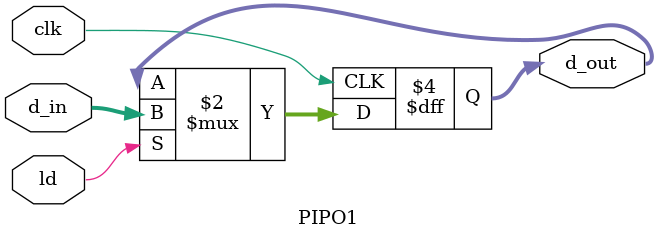
<source format=v>
module PIPO1(d_out,d_in,ld,clk);
	input  ld, clk;
	input [15:0] d_in;
	output reg [15:0] d_out;
	
	always @(posedge clk)
		begin
			if(ld)
				begin
					d_out <= d_in ;
				end
		end
endmodule
</source>
